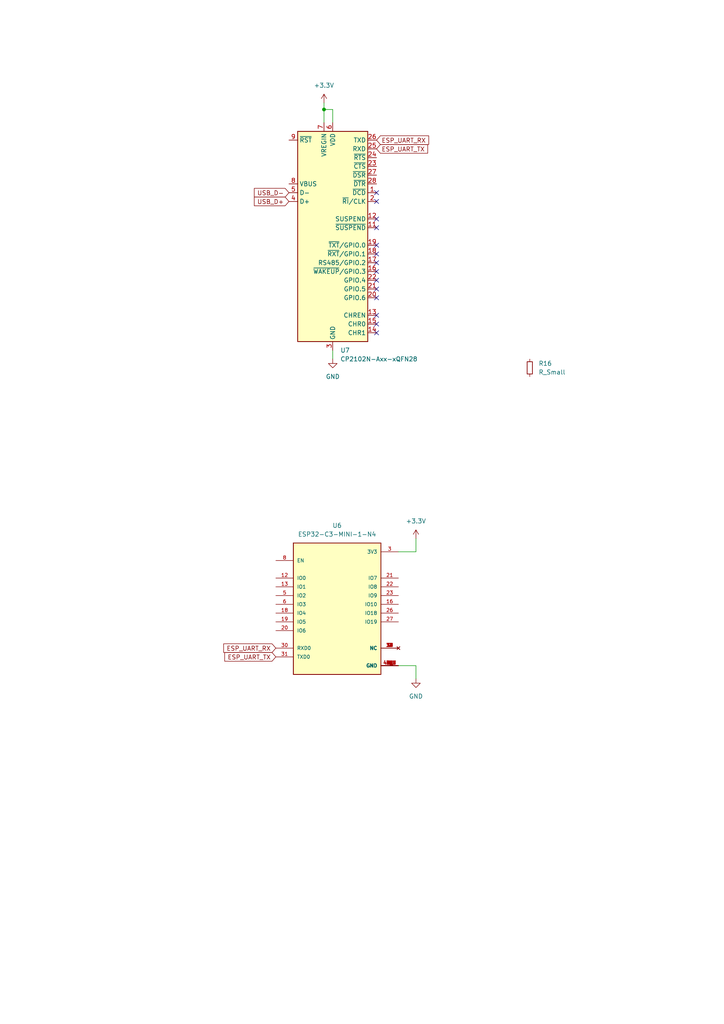
<source format=kicad_sch>
(kicad_sch (version 20231120) (generator "eeschema") (generator_version "8.0")
  (paper "A4" portrait)
  (title_block (title "ESP32-C3 MINI1") (company "YENIAY"))
  (lib_symbols
    (symbol "Device:R_Small" (pin_numbers hide) (pin_names (offset 0.254) hide)
      (property "Reference" "R" (at 0.762 0.508 0))
      (property "Value" "R_Small" (at 0.762 -1.016 0))
      (symbol "R_Small_0_1"
        (rectangle (start -0.762 1.778) (end 0.762 -1.778) (stroke (width 0.2032)))
      )
      (symbol "R_Small_1_1"
        (pin passive line (at 0 2.54 270) (length 0.762) (name "~") (number "1"))
        (pin passive line (at 0 -2.54 90) (length 0.762) (name "~") (number "2"))
      )
    )
    (symbol "ESP32-C3-MINI-1-N4:ESP32-C3-MINI-1-N4" (pin_names (offset 1.016))
      (property "Reference" "U" (at -12.7 18.796 0))
      (property "Value" "ESP32-C3-MINI-1-N4" (at -12.7 -22.86 0))
      (symbol "ESP32-C3-MINI-1-N4_0_0"
        (rectangle (start -12.7 -20.32) (end 12.7 17.78) (stroke (width 0.254)) (fill (type background)))
        (pin power_in line (at 17.78 -17.78 180) (length 5.08) (name "GND") (number "1"))
        (pin no_connect line (at 17.78 -12.7 180) (length 5.08) (name "NC") (number "10"))
        (pin power_in line (at 17.78 -17.78 180) (length 5.08) (name "GND") (number "11"))
        (pin bidirectional line (at -17.78 7.62 0) (length 5.08) (name "IO0") (number "12"))
        (pin bidirectional line (at -17.78 5.08 0) (length 5.08) (name "IO1") (number "13"))
        (pin power_in line (at 17.78 -17.78 180) (length 5.08) (name "GND") (number "14"))
        (pin no_connect line (at 17.78 -12.7 180) (length 5.08) (name "NC") (number "15"))
        (pin bidirectional line (at 17.78 0 180) (length 5.08) (name "IO10") (number "16"))
        (pin no_connect line (at 17.78 -12.7 180) (length 5.08) (name "NC") (number "17"))
        (pin bidirectional line (at -17.78 -2.54 0) (length 5.08) (name "IO4") (number "18"))
        (pin bidirectional line (at -17.78 -5.08 0) (length 5.08) (name "IO5") (number "19"))
        (pin power_in line (at 17.78 -17.78 180) (length 5.08) (name "GND") (number "2"))
        (pin bidirectional line (at -17.78 -7.62 0) (length 5.08) (name "IO6") (number "20"))
        (pin bidirectional line (at 17.78 7.62 180) (length 5.08) (name "IO7") (number "21"))
        (pin bidirectional line (at 17.78 5.08 180) (length 5.08) (name "IO8") (number "22"))
        (pin bidirectional line (at 17.78 2.54 180) (length 5.08) (name "IO9") (number "23"))
        (pin no_connect line (at 17.78 -12.7 180) (length 5.08) (name "NC") (number "24"))
        (pin no_connect line (at 17.78 -12.7 180) (length 5.08) (name "NC") (number "25"))
        (pin bidirectional line (at 17.78 -2.54 180) (length 5.08) (name "IO18") (number "26"))
        (pin bidirectional line (at 17.78 -5.08 180) (length 5.08) (name "IO19") (number "27"))
        (pin no_connect line (at 17.78 -12.7 180) (length 5.08) (name "NC") (number "28"))
        (pin no_connect line (at 17.78 -12.7 180) (length 5.08) (name "NC") (number "29"))
        (pin power_in line (at 17.78 15.24 180) (length 5.08) (name "3V3") (number "3"))
        (pin bidirectional line (at -17.78 -12.7 0) (length 5.08) (name "RXD0") (number "30"))
        (pin bidirectional line (at -17.78 -15.24 0) (length 5.08) (name "TXD0") (number "31"))
        (pin no_connect line (at 17.78 -12.7 180) (length 5.08) (name "NC") (number "32"))
        (pin no_connect line (at 17.78 -12.7 180) (length 5.08) (name "NC") (number "33"))
        (pin no_connect line (at 17.78 -12.7 180) (length 5.08) (name "NC") (number "34"))
        (pin no_connect line (at 17.78 -12.7 180) (length 5.08) (name "NC") (number "35"))
        (pin power_in line (at 17.78 -17.78 180) (length 5.08) (name "GND") (number "36"))
        (pin power_in line (at 17.78 -17.78 180) (length 5.08) (name "GND") (number "37"))
        (pin power_in line (at 17.78 -17.78 180) (length 5.08) (name "GND") (number "38"))
        (pin power_in line (at 17.78 -17.78 180) (length 5.08) (name "GND") (number "39"))
        (pin no_connect line (at 17.78 -12.7 180) (length 5.08) (name "NC") (number "4"))
        (pin power_in line (at 17.78 -17.78 180) (length 5.08) (name "GND") (number "40"))
        (pin power_in line (at 17.78 -17.78 180) (length 5.08) (name "GND") (number "41"))
        (pin power_in line (at 17.78 -17.78 180) (length 5.08) (name "GND") (number "42"))
        (pin power_in line (at 17.78 -17.78 180) (length 5.08) (name "GND") (number "43"))
        (pin power_in line (at 17.78 -17.78 180) (length 5.08) (name "GND") (number "44"))
        (pin power_in line (at 17.78 -17.78 180) (length 5.08) (name "GND") (number "45"))
        (pin power_in line (at 17.78 -17.78 180) (length 5.08) (name "GND") (number "46"))
        (pin power_in line (at 17.78 -17.78 180) (length 5.08) (name "GND") (number "47"))
        (pin power_in line (at 17.78 -17.78 180) (length 5.08) (name "GND") (number "48"))
        (pin power_in line (at 17.78 -17.78 180) (length 5.08) (name "GND") (number "49_1"))
        (pin power_in line (at 17.78 -17.78 180) (length 5.08) (name "GND") (number "49_2"))
        (pin power_in line (at 17.78 -17.78 180) (length 5.08) (name "GND") (number "49_3"))
        (pin power_in line (at 17.78 -17.78 180) (length 5.08) (name "GND") (number "49_4"))
        (pin power_in line (at 17.78 -17.78 180) (length 5.08) (name "GND") (number "49_5"))
        (pin power_in line (at 17.78 -17.78 180) (length 5.08) (name "GND") (number "49_6"))
        (pin power_in line (at 17.78 -17.78 180) (length 5.08) (name "GND") (number "49_7"))
        (pin power_in line (at 17.78 -17.78 180) (length 5.08) (name "GND") (number "49_8"))
        (pin power_in line (at 17.78 -17.78 180) (length 5.08) (name "GND") (number "49_9"))
        (pin bidirectional line (at -17.78 2.54 0) (length 5.08) (name "IO2") (number "5"))
        (pin power_in line (at 17.78 -17.78 180) (length 5.08) (name "GND") (number "50"))
        (pin power_in line (at 17.78 -17.78 180) (length 5.08) (name "GND") (number "51"))
        (pin power_in line (at 17.78 -17.78 180) (length 5.08) (name "GND") (number "52"))
        (pin power_in line (at 17.78 -17.78 180) (length 5.08) (name "GND") (number "53"))
        (pin bidirectional line (at -17.78 0 0) (length 5.08) (name "IO3") (number "6"))
        (pin no_connect line (at 17.78 -12.7 180) (length 5.08) (name "NC") (number "7"))
        (pin input line (at -17.78 12.7 0) (length 5.08) (name "EN") (number "8"))
        (pin no_connect line (at 17.78 -12.7 180) (length 5.08) (name "NC") (number "9"))
      )
    )
    (symbol "Interface_USB:CP2102N-Axx-xQFN28"
      (property "Reference" "U" (at -8.89 31.75 0))
      (property "Value" "CP2102N-Axx-xQFN28" (at 12.7 31.75 0))
      (symbol "CP2102N-Axx-xQFN28_0_1"
        (rectangle (start -10.16 30.48) (end 10.16 -30.48) (stroke (width 0.254)) (fill (type background)))
      )
      (symbol "CP2102N-Axx-xQFN28_1_1"
        (pin input line (at 12.7 12.7 180) (length 2.54) (name "~{DCD}") (number "1"))
        (pin no_connect line (at -10.16 -27.94 0) (length 2.54) hide (name "NC") (number "10"))
        (pin output line (at 12.7 2.54 180) (length 2.54) (name "~{SUSPEND}") (number "11"))
        (pin output line (at 12.7 5.08 180) (length 2.54) (name "SUSPEND") (number "12"))
        (pin output line (at 12.7 -22.86 180) (length 2.54) (name "CHREN") (number "13"))
        (pin output line (at 12.7 -27.94 180) (length 2.54) (name "CHR1") (number "14"))
        (pin output line (at 12.7 -25.4 180) (length 2.54) (name "CHR0") (number "15"))
        (pin bidirectional line (at 12.7 -10.16 180) (length 2.54) (name "~{WAKEUP}/GPIO.3") (number "16"))
        (pin bidirectional line (at 12.7 -7.62 180) (length 2.54) (name "RS485/GPIO.2") (number "17"))
        (pin bidirectional line (at 12.7 -5.08 180) (length 2.54) (name "~{RXT}/GPIO.1") (number "18"))
        (pin bidirectional line (at 12.7 -2.54 180) (length 2.54) (name "~{TXT}/GPIO.0") (number "19"))
        (pin bidirectional line (at 12.7 10.16 180) (length 2.54) (name "~{RI}/CLK") (number "2"))
        (pin bidirectional line (at 12.7 -17.78 180) (length 2.54) (name "GPIO.6") (number "20"))
        (pin bidirectional line (at 12.7 -15.24 180) (length 2.54) (name "GPIO.5") (number "21"))
        (pin bidirectional line (at 12.7 -12.7 180) (length 2.54) (name "GPIO.4") (number "22"))
        (pin input line (at 12.7 20.32 180) (length 2.54) (name "~{CTS}") (number "23"))
        (pin output line (at 12.7 22.86 180) (length 2.54) (name "~{RTS}") (number "24"))
        (pin input line (at 12.7 25.4 180) (length 2.54) (name "RXD") (number "25"))
        (pin output line (at 12.7 27.94 180) (length 2.54) (name "TXD") (number "26"))
        (pin input line (at 12.7 17.78 180) (length 2.54) (name "~{DSR}") (number "27"))
        (pin output line (at 12.7 15.24 180) (length 2.54) (name "~{DTR}") (number "28"))
        (pin passive line (at 0 -33.02 90) (length 2.54) hide (name "GND") (number "29"))
        (pin power_in line (at 0 -33.02 90) (length 2.54) (name "GND") (number "3"))
        (pin bidirectional line (at -12.7 10.16 0) (length 2.54) (name "D+") (number "4"))
        (pin bidirectional line (at -12.7 12.7 0) (length 2.54) (name "D-") (number "5"))
        (pin power_in line (at 0 33.02 270) (length 2.54) (name "VDD") (number "6"))
        (pin power_in line (at -2.54 33.02 270) (length 2.54) (name "VREGIN") (number "7"))
        (pin input line (at -12.7 15.24 0) (length 2.54) (name "VBUS") (number "8"))
        (pin input line (at -12.7 27.94 0) (length 2.54) (name "~{RST}") (number "9"))
      )
    )
    (symbol "power:+3.3V" (power) (pin_numbers hide) (pin_names (offset 0) hide)
      (property "Value" "+3.3V" (at 0 3.556 0))
      (symbol "+3.3V_0_1"
        (polyline (pts (xy -0.762 1.27) (xy 0 2.54)))
        (polyline (pts (xy 0 0) (xy 0 2.54)))
        (polyline (pts (xy 0 2.54) (xy 0.762 1.27)))
      )
      (symbol "+3.3V_1_1"
        (pin power_in line (at 0 0 90) (length 0) (name "~") (number "1"))
      )
    )
    (symbol "power:GND" (power) (pin_numbers hide) (pin_names (offset 0) hide)
      (property "Value" "GND" (at 0 -3.81 0))
      (symbol "GND_0_1"
        (polyline (pts (xy 0 0) (xy 0 -1.27) (xy 1.27 -1.27) (xy 0 -2.54) (xy -1.27 -1.27) (xy 0 -1.27)))
      )
      (symbol "GND_1_1"
        (pin power_in line (at 0 0 270) (length 0) (name "~") (number "1"))
      )
    )
  )
  (junction (at 93.98 31.75))
  (no_connect (at 109.22 91.44))
  (no_connect (at 109.22 55.88))
  (no_connect (at 109.22 71.12))
  (no_connect (at 109.22 96.52))
  (no_connect (at 109.22 76.2))
  (no_connect (at 109.22 63.5))
  (no_connect (at 109.22 93.98))
  (no_connect (at 109.22 78.74))
  (no_connect (at 109.22 81.28))
  (no_connect (at 109.22 83.82))
  (no_connect (at 109.22 66.04))
  (no_connect (at 109.22 58.42))
  (no_connect (at 109.22 86.36))
  (no_connect (at 109.22 73.66))
  (wire (pts (xy 93.98 31.75) (xy 93.98 35.56)))
  (wire (pts (xy 96.52 35.56) (xy 96.52 31.75)))
  (wire (pts (xy 96.52 101.6) (xy 96.52 104.14)))
  (wire (pts (xy 115.57 193.04) (xy 120.65 193.04)))
  (wire (pts (xy 120.65 156.21) (xy 120.65 160.02)))
  (wire (pts (xy 93.98 29.845) (xy 93.98 31.75)))
  (wire (pts (xy 96.52 31.75) (xy 93.98 31.75)))
  (wire (pts (xy 120.65 160.02) (xy 115.57 160.02)))
  (wire (pts (xy 120.65 193.04) (xy 120.65 196.85)))
  (global_label "USB_D-" (shape input) (at 83.82 55.88 180) (property "Intersheetrefs" "${INTERSHEET_REFS}" (effects (hide yes))))
  (global_label "ESP_UART_RX" (shape input) (at 109.22 40.64 0) (property "Intersheetrefs" "${INTERSHEET_REFS}" (effects (hide yes))))
  (global_label "USB_D+" (shape input) (at 83.82 58.42 180) (property "Intersheetrefs" "${INTERSHEET_REFS}" (effects (hide yes))))
  (global_label "ESP_UART_TX" (shape input) (at 109.22 43.18 0) (property "Intersheetrefs" "${INTERSHEET_REFS}" (effects (hide yes))))
  (global_label "ESP_UART_TX" (shape input) (at 80.01 190.5 180) (property "Intersheetrefs" "${INTERSHEET_REFS}" (effects (hide yes))))
  (global_label "ESP_UART_RX" (shape input) (at 80.01 187.96 180) (property "Intersheetrefs" "${INTERSHEET_REFS}" (effects (hide yes))))
  (symbol (lib_id "power:+3.3V") (at 120.65 156.21 0) (unit 1)
    (property "Reference" "#PWR019" (effects (hide yes)))
    (property "Value" "+3.3V" (at 120.65 151.13 0))
    (property "Description" "Power symbol creates a global label with name \"+3.3V\"" (effects (hide yes)))
  )
  (symbol (lib_id "power:GND") (at 120.65 196.85 0) (unit 1)
    (property "Reference" "#PWR020" (effects (hide yes)))
    (property "Value" "GND" (at 120.65 201.93 0))
    (property "Description" "Power symbol creates a global label with name \"GND\" , ground" (effects (hide yes)))
  )
  (symbol (lib_id "Device:R_Small") (at 153.67 106.68 0) (unit 1)
    (property "Reference" "R16" (at 156.21 105.4099 0) (effects (justify left)))
    (property "Value" "R_Small" (at 156.21 107.9499 0) (effects (justify left)))
    (property "Description" "Resistor, small symbol" (effects (hide yes)))
  )
  (symbol (lib_id "ESP32-C3-MINI-1-N4:ESP32-C3-MINI-1-N4") (at 97.79 175.26 0) (unit 1)
    (property "Reference" "U6" (at 97.79 152.4 0))
    (property "Value" "ESP32-C3-MINI-1-N4" (at 97.79 154.94 0))
    (property "Footprint" "ESP32-C3-MINI-1-N4:XCVR_ESP32-C3-MINI-1-N4" (effects (hide yes)))
    (property "MF" "Espressif Systems" (effects (hide yes)))
    (property "MAXIMUM_PACKAGE_HEIGHT" "2.55mm" (effects (hide yes)))
    (property "Package" "SMD-53 Espressif Systems" (effects (hide yes)))
    (property "Price" "None" (effects (hide yes)))
    (property "Check_prices" "https://www.snapeda.com/parts/ESP32-C3-MINI-1-N4/Espressif+Systems/view-part/?ref=eda" (effects (hide yes)))
    (property "STANDARD" "Manufacturer Recommendations" (effects (hide yes)))
    (property "PARTREV" "v1.0" (effects (hide yes)))
    (property "SnapEDA_Link" "https://www.snapeda.com/parts/ESP32-C3-MINI-1-N4/Espressif+Systems/view-part/?ref=snap" (effects (hide yes)))
    (property "MP" "ESP32-C3-MINI-1-N4" (effects (hide yes)))
    (property "Description_1" "\n                        \n                            Bluetooth, WiFi 802.11b/g/n, Bluetooth v5.0 Transceiver Module 2.412GHz ~ 2.484GHz PCB Trace Surface Mount\n                        \n" (effects (hide yes)))
    (property "Availability" "In Stock" (effects (hide yes)))
    (property "MANUFACTURER" "Espressif Systems" (effects (hide yes)))
  )
  (symbol (lib_id "power:+3.3V") (at 93.98 29.845 0) (unit 1)
    (property "Reference" "#PWR074" (effects (hide yes)))
    (property "Value" "+3.3V" (at 93.98 24.765 0))
    (property "Description" "Power symbol creates a global label with name \"+3.3V\"" (effects (hide yes)))
  )
  (symbol (lib_id "power:GND") (at 96.52 104.14 0) (unit 1)
    (property "Reference" "#PWR075" (effects (hide yes)))
    (property "Value" "GND" (at 96.52 109.22 0))
    (property "Description" "Power symbol creates a global label with name \"GND\" , ground" (effects (hide yes)))
  )
  (symbol (lib_id "Interface_USB:CP2102N-Axx-xQFN28") (at 96.52 68.58 0) (unit 1)
    (property "Reference" "U7" (at 98.7141 101.6 0) (effects (justify left)))
    (property "Value" "CP2102N-Axx-xQFN28" (at 98.7141 104.14 0) (effects (justify left)))
    (property "Footprint" "Package_DFN_QFN:QFN-28-1EP_5x5mm_P0.5mm_EP3.35x3.35mm" (effects (hide yes)))
    (property "Datasheet" "https://www.silabs.com/documents/public/data-sheets/cp2102n-datasheet.pdf" (effects (hide yes)))
    (property "Description" "USB to UART master bridge, QFN-28" (effects (hide yes)))
  )
)
</source>
